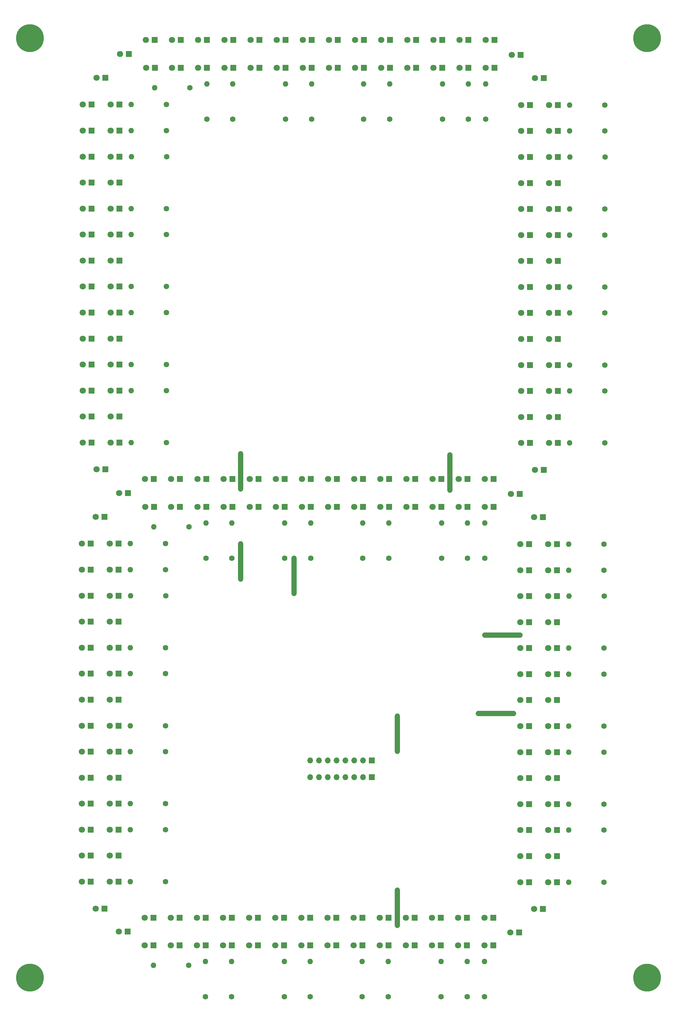
<source format=gtl>
%TF.GenerationSoftware,KiCad,Pcbnew,(6.0.6)*%
%TF.CreationDate,2022-10-07T01:41:05+08:00*%
%TF.ProjectId,7SegmentDisplay_DualLine_NoDriver_10Inches(2),37536567-6d65-46e7-9444-6973706c6179,rev?*%
%TF.SameCoordinates,Original*%
%TF.FileFunction,Copper,L1,Top*%
%TF.FilePolarity,Positive*%
%FSLAX46Y46*%
G04 Gerber Fmt 4.6, Leading zero omitted, Abs format (unit mm)*
G04 Created by KiCad (PCBNEW (6.0.6)) date 2022-10-07 01:41:05*
%MOMM*%
%LPD*%
G01*
G04 APERTURE LIST*
%TA.AperFunction,ComponentPad*%
%ADD10R,1.800000X1.800000*%
%TD*%
%TA.AperFunction,ComponentPad*%
%ADD11C,1.800000*%
%TD*%
%TA.AperFunction,ComponentPad*%
%ADD12C,1.600000*%
%TD*%
%TA.AperFunction,ComponentPad*%
%ADD13O,1.600000X1.600000*%
%TD*%
%TA.AperFunction,ComponentPad*%
%ADD14R,1.700000X1.700000*%
%TD*%
%TA.AperFunction,ComponentPad*%
%ADD15O,1.700000X1.700000*%
%TD*%
%TA.AperFunction,ComponentPad*%
%ADD16C,1.400000*%
%TD*%
%TA.AperFunction,ComponentPad*%
%ADD17O,1.400000X1.400000*%
%TD*%
%TA.AperFunction,ComponentPad*%
%ADD18C,0.900000*%
%TD*%
%TA.AperFunction,ComponentPad*%
%ADD19C,8.000000*%
%TD*%
%TA.AperFunction,Conductor*%
%ADD20C,1.524000*%
%TD*%
G04 APERTURE END LIST*
D10*
%TO.P,REF\u002A\u002A,1*%
%TO.N,N/C*%
X372025000Y-193942574D03*
D11*
%TO.P,REF\u002A\u002A,2*%
X369485000Y-193942574D03*
%TD*%
D10*
%TO.P,REF\u002A\u002A,1*%
%TO.N,N/C*%
X372160000Y-67420074D03*
D11*
%TO.P,REF\u002A\u002A,2*%
X369620000Y-67420074D03*
%TD*%
D10*
%TO.P,REF\u002A\u002A,1*%
%TO.N,N/C*%
X458524960Y40999932D03*
D11*
%TO.P,REF\u002A\u002A,2*%
X455984960Y40999932D03*
%TD*%
D10*
%TO.P,REF\u002A\u002A,1*%
%TO.N,N/C*%
X323775040Y-175545080D03*
D11*
%TO.P,REF\u002A\u002A,2*%
X321235040Y-175545080D03*
%TD*%
D10*
%TO.P,REF\u002A\u002A,1*%
%TO.N,N/C*%
X432345000Y-193942574D03*
D11*
%TO.P,REF\u002A\u002A,2*%
X429805000Y-193942574D03*
%TD*%
D10*
%TO.P,REF\u002A\u002A,1*%
%TO.N,N/C*%
X450524960Y-19000068D03*
D11*
%TO.P,REF\u002A\u002A,2*%
X447984960Y-19000068D03*
%TD*%
D10*
%TO.P,REF\u002A\u002A,1*%
%TO.N,N/C*%
X327775040Y-183295080D03*
D11*
%TO.P,REF\u002A\u002A,2*%
X325235040Y-183295080D03*
%TD*%
D10*
%TO.P,REF\u002A\u002A,1*%
%TO.N,N/C*%
X323775040Y-100545080D03*
D11*
%TO.P,REF\u002A\u002A,2*%
X321235040Y-100545080D03*
%TD*%
D12*
%TO.P,REF\u002A\u002A,1*%
%TO.N,N/C*%
X345580000Y-48875074D03*
D13*
%TO.P,REF\u002A\u002A,2*%
X335420000Y-48875074D03*
%TD*%
D10*
%TO.P,REF\u002A\u002A,1*%
%TO.N,N/C*%
X450275000Y-160670074D03*
D11*
%TO.P,REF\u002A\u002A,2*%
X447735000Y-160670074D03*
%TD*%
D12*
%TO.P,REF\u002A\u002A,1*%
%TO.N,N/C*%
X352025000Y-199692574D03*
D13*
%TO.P,REF\u002A\u002A,2*%
X341865000Y-199692574D03*
%TD*%
D10*
%TO.P,REF\u002A\u002A,1*%
%TO.N,N/C*%
X440269960Y59249932D03*
D11*
%TO.P,REF\u002A\u002A,2*%
X437729960Y59249932D03*
%TD*%
D10*
%TO.P,REF\u002A\u002A,1*%
%TO.N,N/C*%
X324025000Y-26375074D03*
D11*
%TO.P,REF\u002A\u002A,2*%
X321485000Y-26375074D03*
%TD*%
D12*
%TO.P,REF\u002A\u002A,1*%
%TO.N,N/C*%
X471830000Y-78170074D03*
D13*
%TO.P,REF\u002A\u002A,2*%
X461670000Y-78170074D03*
%TD*%
D10*
%TO.P,REF\u002A\u002A,1*%
%TO.N,N/C*%
X447540000Y-63670074D03*
D11*
%TO.P,REF\u002A\u002A,2*%
X445000000Y-63670074D03*
%TD*%
D10*
%TO.P,REF\u002A\u002A,1*%
%TO.N,N/C*%
X379949960Y67249932D03*
D11*
%TO.P,REF\u002A\u002A,2*%
X377409960Y67249932D03*
%TD*%
D10*
%TO.P,REF\u002A\u002A,1*%
%TO.N,N/C*%
X424805000Y-193942574D03*
D11*
%TO.P,REF\u002A\u002A,2*%
X422265000Y-193942574D03*
%TD*%
D10*
%TO.P,REF\u002A\u002A,1*%
%TO.N,N/C*%
X379700000Y-59420074D03*
D11*
%TO.P,REF\u002A\u002A,2*%
X377160000Y-59420074D03*
%TD*%
D10*
%TO.P,REF\u002A\u002A,1*%
%TO.N,N/C*%
X424805000Y-185942574D03*
D11*
%TO.P,REF\u002A\u002A,2*%
X422265000Y-185942574D03*
%TD*%
D10*
%TO.P,REF\u002A\u002A,1*%
%TO.N,N/C*%
X458524960Y33499932D03*
D11*
%TO.P,REF\u002A\u002A,2*%
X455984960Y33499932D03*
%TD*%
D10*
%TO.P,REF\u002A\u002A,1*%
%TO.N,N/C*%
X331775040Y-85545080D03*
D11*
%TO.P,REF\u002A\u002A,2*%
X329235040Y-85545080D03*
%TD*%
D10*
%TO.P,REF\u002A\u002A,1*%
%TO.N,N/C*%
X331775040Y-78045080D03*
D11*
%TO.P,REF\u002A\u002A,2*%
X329235040Y-78045080D03*
%TD*%
D10*
%TO.P,REF\u002A\u002A,1*%
%TO.N,N/C*%
X458275000Y-138170074D03*
D11*
%TO.P,REF\u002A\u002A,2*%
X455735000Y-138170074D03*
%TD*%
D10*
%TO.P,REF\u002A\u002A,1*%
%TO.N,N/C*%
X447789960Y62999932D03*
D11*
%TO.P,REF\u002A\u002A,2*%
X445249960Y62999932D03*
%TD*%
D10*
%TO.P,REF\u002A\u002A,1*%
%TO.N,N/C*%
X424940000Y-59420074D03*
D11*
%TO.P,REF\u002A\u002A,2*%
X422400000Y-59420074D03*
%TD*%
D10*
%TO.P,REF\u002A\u002A,1*%
%TO.N,N/C*%
X323775040Y-115545080D03*
D11*
%TO.P,REF\u002A\u002A,2*%
X321235040Y-115545080D03*
%TD*%
D10*
%TO.P,REF\u002A\u002A,1*%
%TO.N,N/C*%
X332025000Y-48875074D03*
D11*
%TO.P,REF\u002A\u002A,2*%
X329485000Y-48875074D03*
%TD*%
D10*
%TO.P,REF\u002A\u002A,1*%
%TO.N,N/C*%
X432345000Y-185942574D03*
D11*
%TO.P,REF\u002A\u002A,2*%
X429805000Y-185942574D03*
%TD*%
D10*
%TO.P,REF\u002A\u002A,1*%
%TO.N,N/C*%
X425189960Y59249932D03*
D11*
%TO.P,REF\u002A\u002A,2*%
X422649960Y59249932D03*
%TD*%
D10*
%TO.P,REF\u002A\u002A,1*%
%TO.N,N/C*%
X450524960Y-41500068D03*
D11*
%TO.P,REF\u002A\u002A,2*%
X447984960Y-41500068D03*
%TD*%
D10*
%TO.P,REF\u002A\u002A,1*%
%TO.N,N/C*%
X417649960Y59249932D03*
D11*
%TO.P,REF\u002A\u002A,2*%
X415109960Y59249932D03*
%TD*%
D14*
%TO.P,REF\u002A\u002A,1*%
%TO.N,N/C*%
X404840000Y-140600000D03*
D15*
%TO.P,REF\u002A\u002A,2*%
X402300000Y-140600000D03*
%TO.P,REF\u002A\u002A,3*%
X399760000Y-140600000D03*
%TO.P,REF\u002A\u002A,4*%
X397220000Y-140600000D03*
%TO.P,REF\u002A\u002A,5*%
X394680000Y-140600000D03*
%TO.P,REF\u002A\u002A,6*%
X392140000Y-140600000D03*
%TO.P,REF\u002A\u002A,7*%
X389600000Y-140600000D03*
%TO.P,REF\u002A\u002A,8*%
X387060000Y-140600000D03*
%TD*%
D10*
%TO.P,REF\u002A\u002A,1*%
%TO.N,N/C*%
X458524960Y-4000068D03*
D11*
%TO.P,REF\u002A\u002A,2*%
X455984960Y-4000068D03*
%TD*%
D10*
%TO.P,REF\u002A\u002A,1*%
%TO.N,N/C*%
X387240000Y-67420074D03*
D11*
%TO.P,REF\u002A\u002A,2*%
X384700000Y-67420074D03*
%TD*%
D10*
%TO.P,REF\u002A\u002A,1*%
%TO.N,N/C*%
X439885000Y-185942574D03*
D11*
%TO.P,REF\u002A\u002A,2*%
X437345000Y-185942574D03*
%TD*%
D12*
%TO.P,REF\u002A\u002A,1*%
%TO.N,N/C*%
X425000000Y-82250074D03*
D13*
%TO.P,REF\u002A\u002A,2*%
X425000000Y-72090074D03*
%TD*%
D12*
%TO.P,REF\u002A\u002A,1*%
%TO.N,N/C*%
X472079960Y-26500068D03*
D13*
%TO.P,REF\u002A\u002A,2*%
X461919960Y-26500068D03*
%TD*%
D10*
%TO.P,REF\u002A\u002A,1*%
%TO.N,N/C*%
X450524960Y-26500068D03*
D11*
%TO.P,REF\u002A\u002A,2*%
X447984960Y-26500068D03*
%TD*%
D10*
%TO.P,REF\u002A\u002A,1*%
%TO.N,N/C*%
X454524960Y56249932D03*
D11*
%TO.P,REF\u002A\u002A,2*%
X451984960Y56249932D03*
%TD*%
D10*
%TO.P,REF\u002A\u002A,1*%
%TO.N,N/C*%
X372409960Y67249932D03*
D11*
%TO.P,REF\u002A\u002A,2*%
X369869960Y67249932D03*
%TD*%
D10*
%TO.P,REF\u002A\u002A,1*%
%TO.N,N/C*%
X331775040Y-145545080D03*
D11*
%TO.P,REF\u002A\u002A,2*%
X329235040Y-145545080D03*
%TD*%
D16*
%TO.P,REF\u002A\u002A,1*%
%TO.N,N/C*%
X367000000Y-62230000D03*
D17*
%TO.P,REF\u002A\u002A,2*%
X367000000Y-52070000D03*
%TD*%
D10*
%TO.P,REF\u002A\u002A,1*%
%TO.N,N/C*%
X323775040Y-160545080D03*
D11*
%TO.P,REF\u002A\u002A,2*%
X321235040Y-160545080D03*
%TD*%
D10*
%TO.P,REF\u002A\u002A,1*%
%TO.N,N/C*%
X450524960Y48499932D03*
D11*
%TO.P,REF\u002A\u002A,2*%
X447984960Y48499932D03*
%TD*%
D12*
%TO.P,REF\u002A\u002A,1*%
%TO.N,N/C*%
X345330040Y-78045080D03*
D13*
%TO.P,REF\u002A\u002A,2*%
X335170040Y-78045080D03*
%TD*%
D12*
%TO.P,REF\u002A\u002A,1*%
%TO.N,N/C*%
X387115000Y-208772574D03*
D13*
%TO.P,REF\u002A\u002A,2*%
X387115000Y-198612574D03*
%TD*%
D10*
%TO.P,REF\u002A\u002A,1*%
%TO.N,N/C*%
X331775040Y-123045080D03*
D11*
%TO.P,REF\u002A\u002A,2*%
X329235040Y-123045080D03*
%TD*%
D10*
%TO.P,REF\u002A\u002A,1*%
%TO.N,N/C*%
X364869960Y67249932D03*
D11*
%TO.P,REF\u002A\u002A,2*%
X362329960Y67249932D03*
%TD*%
D10*
%TO.P,REF\u002A\u002A,1*%
%TO.N,N/C*%
X394645000Y-193942574D03*
D11*
%TO.P,REF\u002A\u002A,2*%
X392105000Y-193942574D03*
%TD*%
D10*
%TO.P,REF\u002A\u002A,1*%
%TO.N,N/C*%
X450524960Y-11500068D03*
D11*
%TO.P,REF\u002A\u002A,2*%
X447984960Y-11500068D03*
%TD*%
D10*
%TO.P,REF\u002A\u002A,1*%
%TO.N,N/C*%
X332025000Y3624926D03*
D11*
%TO.P,REF\u002A\u002A,2*%
X329485000Y3624926D03*
%TD*%
D12*
%TO.P,REF\u002A\u002A,1*%
%TO.N,N/C*%
X387499960Y44419932D03*
D13*
%TO.P,REF\u002A\u002A,2*%
X387499960Y54579932D03*
%TD*%
D12*
%TO.P,REF\u002A\u002A,1*%
%TO.N,N/C*%
X345580000Y41124926D03*
D13*
%TO.P,REF\u002A\u002A,2*%
X335420000Y41124926D03*
%TD*%
D12*
%TO.P,REF\u002A\u002A,1*%
%TO.N,N/C*%
X437365000Y-208772574D03*
D13*
%TO.P,REF\u002A\u002A,2*%
X437365000Y-198612574D03*
%TD*%
D10*
%TO.P,REF\u002A\u002A,1*%
%TO.N,N/C*%
X458524960Y25999932D03*
D11*
%TO.P,REF\u002A\u002A,2*%
X455984960Y25999932D03*
%TD*%
D16*
%TO.P,REF\u002A\u002A,1*%
%TO.N,N/C*%
X445800000Y-127000000D03*
D17*
%TO.P,REF\u002A\u002A,2*%
X435640000Y-127000000D03*
%TD*%
D10*
%TO.P,REF\u002A\u002A,1*%
%TO.N,N/C*%
X432480000Y-59420074D03*
D11*
%TO.P,REF\u002A\u002A,2*%
X429940000Y-59420074D03*
%TD*%
D10*
%TO.P,REF\u002A\u002A,1*%
%TO.N,N/C*%
X395029960Y67249932D03*
D11*
%TO.P,REF\u002A\u002A,2*%
X392489960Y67249932D03*
%TD*%
D10*
%TO.P,REF\u002A\u002A,1*%
%TO.N,N/C*%
X417265000Y-193942574D03*
D11*
%TO.P,REF\u002A\u002A,2*%
X414725000Y-193942574D03*
%TD*%
D12*
%TO.P,REF\u002A\u002A,1*%
%TO.N,N/C*%
X472079960Y48499932D03*
D13*
%TO.P,REF\u002A\u002A,2*%
X461919960Y48499932D03*
%TD*%
D12*
%TO.P,REF\u002A\u002A,1*%
%TO.N,N/C*%
X345330040Y-108045080D03*
D13*
%TO.P,REF\u002A\u002A,2*%
X335170040Y-108045080D03*
%TD*%
D10*
%TO.P,REF\u002A\u002A,1*%
%TO.N,N/C*%
X450524960Y3499932D03*
D11*
%TO.P,REF\u002A\u002A,2*%
X447984960Y3499932D03*
%TD*%
D16*
%TO.P,REF\u002A\u002A,1*%
%TO.N,N/C*%
X412200000Y-127770000D03*
D17*
%TO.P,REF\u002A\u002A,2*%
X412200000Y-137930000D03*
%TD*%
D16*
%TO.P,REF\u002A\u002A,1*%
%TO.N,N/C*%
X382400000Y-92430000D03*
D17*
%TO.P,REF\u002A\u002A,2*%
X382400000Y-82270000D03*
%TD*%
D10*
%TO.P,REF\u002A\u002A,1*%
%TO.N,N/C*%
X450524960Y-34000068D03*
D11*
%TO.P,REF\u002A\u002A,2*%
X447984960Y-34000068D03*
%TD*%
D10*
%TO.P,REF\u002A\u002A,1*%
%TO.N,N/C*%
X450275000Y-93170074D03*
D11*
%TO.P,REF\u002A\u002A,2*%
X447735000Y-93170074D03*
%TD*%
D10*
%TO.P,REF\u002A\u002A,1*%
%TO.N,N/C*%
X394780000Y-67420074D03*
D11*
%TO.P,REF\u002A\u002A,2*%
X392240000Y-67420074D03*
%TD*%
D10*
%TO.P,REF\u002A\u002A,1*%
%TO.N,N/C*%
X331775040Y-115545080D03*
D11*
%TO.P,REF\u002A\u002A,2*%
X329235040Y-115545080D03*
%TD*%
D10*
%TO.P,REF\u002A\u002A,1*%
%TO.N,N/C*%
X324025000Y-3875074D03*
D11*
%TO.P,REF\u002A\u002A,2*%
X321485000Y-3875074D03*
%TD*%
D10*
%TO.P,REF\u002A\u002A,1*%
%TO.N,N/C*%
X332025000Y-18875074D03*
D11*
%TO.P,REF\u002A\u002A,2*%
X329485000Y-18875074D03*
%TD*%
D10*
%TO.P,REF\u002A\u002A,1*%
%TO.N,N/C*%
X332025000Y-41375074D03*
D11*
%TO.P,REF\u002A\u002A,2*%
X329485000Y-41375074D03*
%TD*%
D10*
%TO.P,REF\u002A\u002A,1*%
%TO.N,N/C*%
X450275000Y-108170074D03*
D11*
%TO.P,REF\u002A\u002A,2*%
X447735000Y-108170074D03*
%TD*%
D10*
%TO.P,REF\u002A\u002A,1*%
%TO.N,N/C*%
X458275000Y-175670074D03*
D11*
%TO.P,REF\u002A\u002A,2*%
X455735000Y-175670074D03*
%TD*%
D10*
%TO.P,REF\u002A\u002A,1*%
%TO.N,N/C*%
X387105000Y-193942574D03*
D11*
%TO.P,REF\u002A\u002A,2*%
X384565000Y-193942574D03*
%TD*%
D10*
%TO.P,REF\u002A\u002A,1*%
%TO.N,N/C*%
X387240000Y-59420074D03*
D11*
%TO.P,REF\u002A\u002A,2*%
X384700000Y-59420074D03*
%TD*%
D10*
%TO.P,REF\u002A\u002A,1*%
%TO.N,N/C*%
X439885000Y-193942574D03*
D11*
%TO.P,REF\u002A\u002A,2*%
X437345000Y-193942574D03*
%TD*%
D10*
%TO.P,REF\u002A\u002A,1*%
%TO.N,N/C*%
X458275000Y-93170074D03*
D11*
%TO.P,REF\u002A\u002A,2*%
X455735000Y-93170074D03*
%TD*%
D10*
%TO.P,REF\u002A\u002A,1*%
%TO.N,N/C*%
X450524960Y25999932D03*
D11*
%TO.P,REF\u002A\u002A,2*%
X447984960Y25999932D03*
%TD*%
D18*
%TO.P,REF\u002A\u002A,1*%
%TO.N,N/C*%
X484250000Y-206250074D03*
X487250000Y-203250074D03*
X482128680Y-205371394D03*
X481250000Y-203250074D03*
X482128680Y-201128754D03*
X484250000Y-200250074D03*
X486371320Y-201128754D03*
X486371320Y-205371394D03*
D19*
X484250000Y-203250074D03*
%TD*%
D18*
%TO.P,REF\u002A\u002A,1*%
%TO.N,N/C*%
X304128680Y69871246D03*
X304128680Y65628606D03*
D19*
X306250000Y67749926D03*
D18*
X306250000Y64749926D03*
X308371320Y65628606D03*
X309250000Y67749926D03*
X306250000Y70749926D03*
X303250000Y67749926D03*
X308371320Y69871246D03*
%TD*%
D10*
%TO.P,REF\u002A\u002A,1*%
%TO.N,N/C*%
X409725000Y-185942574D03*
D11*
%TO.P,REF\u002A\u002A,2*%
X407185000Y-185942574D03*
%TD*%
D10*
%TO.P,REF\u002A\u002A,1*%
%TO.N,N/C*%
X410109960Y67249932D03*
D11*
%TO.P,REF\u002A\u002A,2*%
X407569960Y67249932D03*
%TD*%
D10*
%TO.P,REF\u002A\u002A,1*%
%TO.N,N/C*%
X324025000Y41124926D03*
D11*
%TO.P,REF\u002A\u002A,2*%
X321485000Y41124926D03*
%TD*%
D12*
%TO.P,REF\u002A\u002A,1*%
%TO.N,N/C*%
X472079960Y-34000068D03*
D13*
%TO.P,REF\u002A\u002A,2*%
X461919960Y-34000068D03*
%TD*%
D10*
%TO.P,REF\u002A\u002A,1*%
%TO.N,N/C*%
X432480000Y-67420074D03*
D11*
%TO.P,REF\u002A\u002A,2*%
X429940000Y-67420074D03*
%TD*%
D12*
%TO.P,REF\u002A\u002A,1*%
%TO.N,N/C*%
X472079960Y40999932D03*
D13*
%TO.P,REF\u002A\u002A,2*%
X461919960Y40999932D03*
%TD*%
D10*
%TO.P,REF\u002A\u002A,1*%
%TO.N,N/C*%
X425189960Y67249932D03*
D11*
%TO.P,REF\u002A\u002A,2*%
X422649960Y67249932D03*
%TD*%
D12*
%TO.P,REF\u002A\u002A,1*%
%TO.N,N/C*%
X472079960Y-4000068D03*
D13*
%TO.P,REF\u002A\u002A,2*%
X461919960Y-4000068D03*
%TD*%
D10*
%TO.P,REF\u002A\u002A,1*%
%TO.N,N/C*%
X324025000Y3624926D03*
D11*
%TO.P,REF\u002A\u002A,2*%
X321485000Y3624926D03*
%TD*%
D10*
%TO.P,REF\u002A\u002A,1*%
%TO.N,N/C*%
X324025000Y18624926D03*
D11*
%TO.P,REF\u002A\u002A,2*%
X321485000Y18624926D03*
%TD*%
D10*
%TO.P,REF\u002A\u002A,1*%
%TO.N,N/C*%
X450275000Y-100670074D03*
D11*
%TO.P,REF\u002A\u002A,2*%
X447735000Y-100670074D03*
%TD*%
D12*
%TO.P,REF\u002A\u002A,1*%
%TO.N,N/C*%
X364365000Y-208772574D03*
D13*
%TO.P,REF\u002A\u002A,2*%
X364365000Y-198612574D03*
%TD*%
D12*
%TO.P,REF\u002A\u002A,1*%
%TO.N,N/C*%
X471830000Y-115670074D03*
D13*
%TO.P,REF\u002A\u002A,2*%
X461670000Y-115670074D03*
%TD*%
D10*
%TO.P,REF\u002A\u002A,1*%
%TO.N,N/C*%
X341865000Y-185942574D03*
D11*
%TO.P,REF\u002A\u002A,2*%
X339325000Y-185942574D03*
%TD*%
D10*
%TO.P,REF\u002A\u002A,1*%
%TO.N,N/C*%
X356945000Y-193942574D03*
D11*
%TO.P,REF\u002A\u002A,2*%
X354405000Y-193942574D03*
%TD*%
D10*
%TO.P,REF\u002A\u002A,1*%
%TO.N,N/C*%
X379949960Y59249932D03*
D11*
%TO.P,REF\u002A\u002A,2*%
X377409960Y59249932D03*
%TD*%
D10*
%TO.P,REF\u002A\u002A,1*%
%TO.N,N/C*%
X440020000Y-67420074D03*
D11*
%TO.P,REF\u002A\u002A,2*%
X437480000Y-67420074D03*
%TD*%
D10*
%TO.P,REF\u002A\u002A,1*%
%TO.N,N/C*%
X458524960Y-34000068D03*
D11*
%TO.P,REF\u002A\u002A,2*%
X455984960Y-34000068D03*
%TD*%
D10*
%TO.P,REF\u002A\u002A,1*%
%TO.N,N/C*%
X328025000Y56374926D03*
D11*
%TO.P,REF\u002A\u002A,2*%
X325485000Y56374926D03*
%TD*%
D12*
%TO.P,REF\u002A\u002A,1*%
%TO.N,N/C*%
X471910000Y-93170074D03*
D13*
%TO.P,REF\u002A\u002A,2*%
X461750000Y-93170074D03*
%TD*%
D10*
%TO.P,REF\u002A\u002A,1*%
%TO.N,N/C*%
X409860000Y-59420074D03*
D11*
%TO.P,REF\u002A\u002A,2*%
X407320000Y-59420074D03*
%TD*%
D12*
%TO.P,REF\u002A\u002A,1*%
%TO.N,N/C*%
X472079960Y-11500068D03*
D13*
%TO.P,REF\u002A\u002A,2*%
X461919960Y-11500068D03*
%TD*%
D10*
%TO.P,REF\u002A\u002A,1*%
%TO.N,N/C*%
X450275000Y-145670074D03*
D11*
%TO.P,REF\u002A\u002A,2*%
X447735000Y-145670074D03*
%TD*%
D10*
%TO.P,REF\u002A\u002A,1*%
%TO.N,N/C*%
X440020000Y-59420074D03*
D11*
%TO.P,REF\u002A\u002A,2*%
X437480000Y-59420074D03*
%TD*%
D10*
%TO.P,REF\u002A\u002A,1*%
%TO.N,N/C*%
X331775040Y-175545080D03*
D11*
%TO.P,REF\u002A\u002A,2*%
X329235040Y-175545080D03*
%TD*%
D12*
%TO.P,REF\u002A\u002A,1*%
%TO.N,N/C*%
X471830000Y-108170074D03*
D13*
%TO.P,REF\u002A\u002A,2*%
X461670000Y-108170074D03*
%TD*%
D12*
%TO.P,REF\u002A\u002A,1*%
%TO.N,N/C*%
X472079960Y18499932D03*
D13*
%TO.P,REF\u002A\u002A,2*%
X461919960Y18499932D03*
%TD*%
D10*
%TO.P,REF\u002A\u002A,1*%
%TO.N,N/C*%
X450275000Y-123170074D03*
D11*
%TO.P,REF\u002A\u002A,2*%
X447735000Y-123170074D03*
%TD*%
D10*
%TO.P,REF\u002A\u002A,1*%
%TO.N,N/C*%
X394645000Y-185942574D03*
D11*
%TO.P,REF\u002A\u002A,2*%
X392105000Y-185942574D03*
%TD*%
D10*
%TO.P,REF\u002A\u002A,1*%
%TO.N,N/C*%
X332025000Y41124926D03*
D11*
%TO.P,REF\u002A\u002A,2*%
X329485000Y41124926D03*
%TD*%
D12*
%TO.P,REF\u002A\u002A,1*%
%TO.N,N/C*%
X471830000Y-130670074D03*
D13*
%TO.P,REF\u002A\u002A,2*%
X461670000Y-130670074D03*
%TD*%
D10*
%TO.P,REF\u002A\u002A,1*%
%TO.N,N/C*%
X458524960Y3499932D03*
D11*
%TO.P,REF\u002A\u002A,2*%
X455984960Y3499932D03*
%TD*%
D10*
%TO.P,REF\u002A\u002A,1*%
%TO.N,N/C*%
X450275000Y-138170074D03*
D11*
%TO.P,REF\u002A\u002A,2*%
X447735000Y-138170074D03*
%TD*%
D12*
%TO.P,REF\u002A\u002A,1*%
%TO.N,N/C*%
X409615000Y-208772574D03*
D13*
%TO.P,REF\u002A\u002A,2*%
X409615000Y-198612574D03*
%TD*%
D10*
%TO.P,REF\u002A\u002A,1*%
%TO.N,N/C*%
X402569960Y67249932D03*
D11*
%TO.P,REF\u002A\u002A,2*%
X400029960Y67249932D03*
%TD*%
D10*
%TO.P,REF\u002A\u002A,1*%
%TO.N,N/C*%
X458524960Y18499932D03*
D11*
%TO.P,REF\u002A\u002A,2*%
X455984960Y18499932D03*
%TD*%
D10*
%TO.P,REF\u002A\u002A,1*%
%TO.N,N/C*%
X332025000Y26124926D03*
D11*
%TO.P,REF\u002A\u002A,2*%
X329485000Y26124926D03*
%TD*%
D12*
%TO.P,REF\u002A\u002A,1*%
%TO.N,N/C*%
X379615000Y-208772574D03*
D13*
%TO.P,REF\u002A\u002A,2*%
X379615000Y-198612574D03*
%TD*%
D10*
%TO.P,REF\u002A\u002A,1*%
%TO.N,N/C*%
X332025000Y11124926D03*
D11*
%TO.P,REF\u002A\u002A,2*%
X329485000Y11124926D03*
%TD*%
D10*
%TO.P,REF\u002A\u002A,1*%
%TO.N,N/C*%
X332025000Y33624926D03*
D11*
%TO.P,REF\u002A\u002A,2*%
X329485000Y33624926D03*
%TD*%
D10*
%TO.P,REF\u002A\u002A,1*%
%TO.N,N/C*%
X372409960Y59249932D03*
D11*
%TO.P,REF\u002A\u002A,2*%
X369869960Y59249932D03*
%TD*%
D10*
%TO.P,REF\u002A\u002A,1*%
%TO.N,N/C*%
X458524960Y-26500068D03*
D11*
%TO.P,REF\u002A\u002A,2*%
X455984960Y-26500068D03*
%TD*%
D10*
%TO.P,REF\u002A\u002A,1*%
%TO.N,N/C*%
X332025000Y-26375074D03*
D11*
%TO.P,REF\u002A\u002A,2*%
X329485000Y-26375074D03*
%TD*%
D10*
%TO.P,REF\u002A\u002A,1*%
%TO.N,N/C*%
X379565000Y-185942574D03*
D11*
%TO.P,REF\u002A\u002A,2*%
X377025000Y-185942574D03*
%TD*%
D14*
%TO.P,REF\u002A\u002A,1*%
%TO.N,N/C*%
X404875000Y-145400000D03*
D15*
%TO.P,REF\u002A\u002A,2*%
X402335000Y-145400000D03*
%TO.P,REF\u002A\u002A,3*%
X399795000Y-145400000D03*
%TO.P,REF\u002A\u002A,4*%
X397255000Y-145400000D03*
%TO.P,REF\u002A\u002A,5*%
X394715000Y-145400000D03*
%TO.P,REF\u002A\u002A,6*%
X392175000Y-145400000D03*
%TO.P,REF\u002A\u002A,7*%
X389635000Y-145400000D03*
%TO.P,REF\u002A\u002A,8*%
X387095000Y-145400000D03*
%TD*%
D10*
%TO.P,REF\u002A\u002A,1*%
%TO.N,N/C*%
X323775040Y-123045080D03*
D11*
%TO.P,REF\u002A\u002A,2*%
X321235040Y-123045080D03*
%TD*%
D12*
%TO.P,REF\u002A\u002A,1*%
%TO.N,N/C*%
X379750000Y-82250074D03*
D13*
%TO.P,REF\u002A\u002A,2*%
X379750000Y-72090074D03*
%TD*%
D10*
%TO.P,REF\u002A\u002A,1*%
%TO.N,N/C*%
X372160000Y-59420074D03*
D11*
%TO.P,REF\u002A\u002A,2*%
X369620000Y-59420074D03*
%TD*%
D12*
%TO.P,REF\u002A\u002A,1*%
%TO.N,N/C*%
X402250000Y-82250074D03*
D13*
%TO.P,REF\u002A\u002A,2*%
X402250000Y-72090074D03*
%TD*%
D10*
%TO.P,REF\u002A\u002A,1*%
%TO.N,N/C*%
X424940000Y-67420074D03*
D11*
%TO.P,REF\u002A\u002A,2*%
X422400000Y-67420074D03*
%TD*%
D10*
%TO.P,REF\u002A\u002A,1*%
%TO.N,N/C*%
X323775040Y-108045080D03*
D11*
%TO.P,REF\u002A\u002A,2*%
X321235040Y-108045080D03*
%TD*%
D10*
%TO.P,REF\u002A\u002A,1*%
%TO.N,N/C*%
X454275000Y-70420074D03*
D11*
%TO.P,REF\u002A\u002A,2*%
X451735000Y-70420074D03*
%TD*%
D10*
%TO.P,REF\u002A\u002A,1*%
%TO.N,N/C*%
X458524960Y-19000068D03*
D11*
%TO.P,REF\u002A\u002A,2*%
X455984960Y-19000068D03*
%TD*%
D10*
%TO.P,REF\u002A\u002A,1*%
%TO.N,N/C*%
X402185000Y-185942574D03*
D11*
%TO.P,REF\u002A\u002A,2*%
X399645000Y-185942574D03*
%TD*%
D10*
%TO.P,REF\u002A\u002A,1*%
%TO.N,N/C*%
X395029960Y59249932D03*
D11*
%TO.P,REF\u002A\u002A,2*%
X392489960Y59249932D03*
%TD*%
D10*
%TO.P,REF\u002A\u002A,1*%
%TO.N,N/C*%
X332025000Y48624926D03*
D11*
%TO.P,REF\u002A\u002A,2*%
X329485000Y48624926D03*
%TD*%
D10*
%TO.P,REF\u002A\u002A,1*%
%TO.N,N/C*%
X402185000Y-193942574D03*
D11*
%TO.P,REF\u002A\u002A,2*%
X399645000Y-193942574D03*
%TD*%
D12*
%TO.P,REF\u002A\u002A,1*%
%TO.N,N/C*%
X437500000Y-82250074D03*
D13*
%TO.P,REF\u002A\u002A,2*%
X437500000Y-72090074D03*
%TD*%
D10*
%TO.P,REF\u002A\u002A,1*%
%TO.N,N/C*%
X458524960Y48499932D03*
D11*
%TO.P,REF\u002A\u002A,2*%
X455984960Y48499932D03*
%TD*%
D10*
%TO.P,REF\u002A\u002A,1*%
%TO.N,N/C*%
X324025000Y26124926D03*
D11*
%TO.P,REF\u002A\u002A,2*%
X321485000Y26124926D03*
%TD*%
D10*
%TO.P,REF\u002A\u002A,1*%
%TO.N,N/C*%
X356945000Y-185942574D03*
D11*
%TO.P,REF\u002A\u002A,2*%
X354405000Y-185942574D03*
%TD*%
D12*
%TO.P,REF\u002A\u002A,1*%
%TO.N,N/C*%
X345580000Y-11375074D03*
D13*
%TO.P,REF\u002A\u002A,2*%
X335420000Y-11375074D03*
%TD*%
D10*
%TO.P,REF\u002A\u002A,1*%
%TO.N,N/C*%
X458275000Y-108170074D03*
D11*
%TO.P,REF\u002A\u002A,2*%
X455735000Y-108170074D03*
%TD*%
D12*
%TO.P,REF\u002A\u002A,1*%
%TO.N,N/C*%
X345580000Y18624926D03*
D13*
%TO.P,REF\u002A\u002A,2*%
X335420000Y18624926D03*
%TD*%
D10*
%TO.P,REF\u002A\u002A,1*%
%TO.N,N/C*%
X334525000Y-63420074D03*
D11*
%TO.P,REF\u002A\u002A,2*%
X331985000Y-63420074D03*
%TD*%
D10*
%TO.P,REF\u002A\u002A,1*%
%TO.N,N/C*%
X409860000Y-67420074D03*
D11*
%TO.P,REF\u002A\u002A,2*%
X407320000Y-67420074D03*
%TD*%
D10*
%TO.P,REF\u002A\u002A,1*%
%TO.N,N/C*%
X458275000Y-160670074D03*
D11*
%TO.P,REF\u002A\u002A,2*%
X455735000Y-160670074D03*
%TD*%
D12*
%TO.P,REF\u002A\u002A,1*%
%TO.N,N/C*%
X471830000Y-153170074D03*
D13*
%TO.P,REF\u002A\u002A,2*%
X461670000Y-153170074D03*
%TD*%
D18*
%TO.P,REF\u002A\u002A,1*%
%TO.N,N/C*%
X304128680Y-201128754D03*
D19*
X306250000Y-203250074D03*
D18*
X308371320Y-205371394D03*
X309250000Y-203250074D03*
X304128680Y-205371394D03*
X306250000Y-200250074D03*
X306250000Y-206250074D03*
X308371320Y-201128754D03*
X303250000Y-203250074D03*
%TD*%
D10*
%TO.P,REF\u002A\u002A,1*%
%TO.N,N/C*%
X432729960Y59249932D03*
D11*
%TO.P,REF\u002A\u002A,2*%
X430189960Y59249932D03*
%TD*%
D12*
%TO.P,REF\u002A\u002A,1*%
%TO.N,N/C*%
X345410040Y-93045080D03*
D13*
%TO.P,REF\u002A\u002A,2*%
X335250040Y-93045080D03*
%TD*%
D10*
%TO.P,REF\u002A\u002A,1*%
%TO.N,N/C*%
X402320000Y-67420074D03*
D11*
%TO.P,REF\u002A\u002A,2*%
X399780000Y-67420074D03*
%TD*%
D10*
%TO.P,REF\u002A\u002A,1*%
%TO.N,N/C*%
X458275000Y-78170074D03*
D11*
%TO.P,REF\u002A\u002A,2*%
X455735000Y-78170074D03*
%TD*%
D10*
%TO.P,REF\u002A\u002A,1*%
%TO.N,N/C*%
X357329960Y59249932D03*
D11*
%TO.P,REF\u002A\u002A,2*%
X354789960Y59249932D03*
%TD*%
D10*
%TO.P,REF\u002A\u002A,1*%
%TO.N,N/C*%
X342249960Y67249932D03*
D11*
%TO.P,REF\u002A\u002A,2*%
X339709960Y67249932D03*
%TD*%
D16*
%TO.P,REF\u002A\u002A,1*%
%TO.N,N/C*%
X447600000Y-104400000D03*
D17*
%TO.P,REF\u002A\u002A,2*%
X437440000Y-104400000D03*
%TD*%
D10*
%TO.P,REF\u002A\u002A,1*%
%TO.N,N/C*%
X458275000Y-168170074D03*
D11*
%TO.P,REF\u002A\u002A,2*%
X455735000Y-168170074D03*
%TD*%
D10*
%TO.P,REF\u002A\u002A,1*%
%TO.N,N/C*%
X458275000Y-130670074D03*
D11*
%TO.P,REF\u002A\u002A,2*%
X455735000Y-130670074D03*
%TD*%
D10*
%TO.P,REF\u002A\u002A,1*%
%TO.N,N/C*%
X349405000Y-185942574D03*
D11*
%TO.P,REF\u002A\u002A,2*%
X346865000Y-185942574D03*
%TD*%
D12*
%TO.P,REF\u002A\u002A,1*%
%TO.N,N/C*%
X402115000Y-208772574D03*
D13*
%TO.P,REF\u002A\u002A,2*%
X402115000Y-198612574D03*
%TD*%
D12*
%TO.P,REF\u002A\u002A,1*%
%TO.N,N/C*%
X345330040Y-115545080D03*
D13*
%TO.P,REF\u002A\u002A,2*%
X335170040Y-115545080D03*
%TD*%
D10*
%TO.P,REF\u002A\u002A,1*%
%TO.N,N/C*%
X417649960Y67249932D03*
D11*
%TO.P,REF\u002A\u002A,2*%
X415109960Y67249932D03*
%TD*%
D10*
%TO.P,REF\u002A\u002A,1*%
%TO.N,N/C*%
X387105000Y-185942574D03*
D11*
%TO.P,REF\u002A\u002A,2*%
X384565000Y-185942574D03*
%TD*%
D10*
%TO.P,REF\u002A\u002A,1*%
%TO.N,N/C*%
X331775040Y-160545080D03*
D11*
%TO.P,REF\u002A\u002A,2*%
X329235040Y-160545080D03*
%TD*%
D10*
%TO.P,REF\u002A\u002A,1*%
%TO.N,N/C*%
X458524960Y-49000068D03*
D11*
%TO.P,REF\u002A\u002A,2*%
X455984960Y-49000068D03*
%TD*%
D16*
%TO.P,REF\u002A\u002A,1*%
%TO.N,N/C*%
X427400000Y-62600000D03*
D17*
%TO.P,REF\u002A\u002A,2*%
X427400000Y-52440000D03*
%TD*%
D12*
%TO.P,REF\u002A\u002A,1*%
%TO.N,N/C*%
X345330040Y-175545080D03*
D13*
%TO.P,REF\u002A\u002A,2*%
X335170040Y-175545080D03*
%TD*%
D10*
%TO.P,REF\u002A\u002A,1*%
%TO.N,N/C*%
X332025000Y-3875074D03*
D11*
%TO.P,REF\u002A\u002A,2*%
X329485000Y-3875074D03*
%TD*%
D10*
%TO.P,REF\u002A\u002A,1*%
%TO.N,N/C*%
X323775040Y-153045080D03*
D11*
%TO.P,REF\u002A\u002A,2*%
X321235040Y-153045080D03*
%TD*%
D10*
%TO.P,REF\u002A\u002A,1*%
%TO.N,N/C*%
X387489960Y67249932D03*
D11*
%TO.P,REF\u002A\u002A,2*%
X384949960Y67249932D03*
%TD*%
D10*
%TO.P,REF\u002A\u002A,1*%
%TO.N,N/C*%
X323775040Y-168045080D03*
D11*
%TO.P,REF\u002A\u002A,2*%
X321235040Y-168045080D03*
%TD*%
D10*
%TO.P,REF\u002A\u002A,1*%
%TO.N,N/C*%
X364620000Y-59420074D03*
D11*
%TO.P,REF\u002A\u002A,2*%
X362080000Y-59420074D03*
%TD*%
D12*
%TO.P,REF\u002A\u002A,1*%
%TO.N,N/C*%
X345580000Y-3875074D03*
D13*
%TO.P,REF\u002A\u002A,2*%
X335420000Y-3875074D03*
%TD*%
D16*
%TO.P,REF\u002A\u002A,1*%
%TO.N,N/C*%
X367000000Y-88230000D03*
D17*
%TO.P,REF\u002A\u002A,2*%
X367000000Y-78070000D03*
%TD*%
D10*
%TO.P,REF\u002A\u002A,1*%
%TO.N,N/C*%
X331775040Y-168045080D03*
D11*
%TO.P,REF\u002A\u002A,2*%
X329235040Y-168045080D03*
%TD*%
D10*
%TO.P,REF\u002A\u002A,1*%
%TO.N,N/C*%
X450524960Y-4000068D03*
D11*
%TO.P,REF\u002A\u002A,2*%
X447984960Y-4000068D03*
%TD*%
D10*
%TO.P,REF\u002A\u002A,1*%
%TO.N,N/C*%
X432729960Y67249932D03*
D11*
%TO.P,REF\u002A\u002A,2*%
X430189960Y67249932D03*
%TD*%
D10*
%TO.P,REF\u002A\u002A,1*%
%TO.N,N/C*%
X324025000Y33624926D03*
D11*
%TO.P,REF\u002A\u002A,2*%
X321485000Y33624926D03*
%TD*%
D12*
%TO.P,REF\u002A\u002A,1*%
%TO.N,N/C*%
X345580000Y-33875074D03*
D13*
%TO.P,REF\u002A\u002A,2*%
X335420000Y-33875074D03*
%TD*%
D12*
%TO.P,REF\u002A\u002A,1*%
%TO.N,N/C*%
X432365000Y-208772574D03*
D13*
%TO.P,REF\u002A\u002A,2*%
X432365000Y-198612574D03*
%TD*%
D10*
%TO.P,REF\u002A\u002A,1*%
%TO.N,N/C*%
X323775040Y-85545080D03*
D11*
%TO.P,REF\u002A\u002A,2*%
X321235040Y-85545080D03*
%TD*%
D10*
%TO.P,REF\u002A\u002A,1*%
%TO.N,N/C*%
X450275000Y-168170074D03*
D11*
%TO.P,REF\u002A\u002A,2*%
X447735000Y-168170074D03*
%TD*%
D12*
%TO.P,REF\u002A\u002A,1*%
%TO.N,N/C*%
X352409960Y53499932D03*
D13*
%TO.P,REF\u002A\u002A,2*%
X342249960Y53499932D03*
%TD*%
D12*
%TO.P,REF\u002A\u002A,1*%
%TO.N,N/C*%
X345330040Y-160545080D03*
D13*
%TO.P,REF\u002A\u002A,2*%
X335170040Y-160545080D03*
%TD*%
D12*
%TO.P,REF\u002A\u002A,1*%
%TO.N,N/C*%
X345580000Y11124926D03*
D13*
%TO.P,REF\u002A\u002A,2*%
X335420000Y11124926D03*
%TD*%
D10*
%TO.P,REF\u002A\u002A,1*%
%TO.N,N/C*%
X331775040Y-153045080D03*
D11*
%TO.P,REF\u002A\u002A,2*%
X329235040Y-153045080D03*
%TD*%
D10*
%TO.P,REF\u002A\u002A,1*%
%TO.N,N/C*%
X447405000Y-190192574D03*
D11*
%TO.P,REF\u002A\u002A,2*%
X444865000Y-190192574D03*
%TD*%
D10*
%TO.P,REF\u002A\u002A,1*%
%TO.N,N/C*%
X323775040Y-93045080D03*
D11*
%TO.P,REF\u002A\u002A,2*%
X321235040Y-93045080D03*
%TD*%
D10*
%TO.P,REF\u002A\u002A,1*%
%TO.N,N/C*%
X349789960Y67249932D03*
D11*
%TO.P,REF\u002A\u002A,2*%
X347249960Y67249932D03*
%TD*%
D10*
%TO.P,REF\u002A\u002A,1*%
%TO.N,N/C*%
X417400000Y-59420074D03*
D11*
%TO.P,REF\u002A\u002A,2*%
X414860000Y-59420074D03*
%TD*%
D10*
%TO.P,REF\u002A\u002A,1*%
%TO.N,N/C*%
X450524960Y33499932D03*
D11*
%TO.P,REF\u002A\u002A,2*%
X447984960Y33499932D03*
%TD*%
D12*
%TO.P,REF\u002A\u002A,1*%
%TO.N,N/C*%
X437749960Y44419932D03*
D13*
%TO.P,REF\u002A\u002A,2*%
X437749960Y54579932D03*
%TD*%
D10*
%TO.P,REF\u002A\u002A,1*%
%TO.N,N/C*%
X324025000Y48624926D03*
D11*
%TO.P,REF\u002A\u002A,2*%
X321485000Y48624926D03*
%TD*%
D10*
%TO.P,REF\u002A\u002A,1*%
%TO.N,N/C*%
X379565000Y-193942574D03*
D11*
%TO.P,REF\u002A\u002A,2*%
X377025000Y-193942574D03*
%TD*%
D10*
%TO.P,REF\u002A\u002A,1*%
%TO.N,N/C*%
X450524960Y10999932D03*
D11*
%TO.P,REF\u002A\u002A,2*%
X447984960Y10999932D03*
%TD*%
D10*
%TO.P,REF\u002A\u002A,1*%
%TO.N,N/C*%
X458275000Y-123170074D03*
D11*
%TO.P,REF\u002A\u002A,2*%
X455735000Y-123170074D03*
%TD*%
D12*
%TO.P,REF\u002A\u002A,1*%
%TO.N,N/C*%
X345580000Y48624926D03*
D13*
%TO.P,REF\u002A\u002A,2*%
X335420000Y48624926D03*
%TD*%
D10*
%TO.P,REF\u002A\u002A,1*%
%TO.N,N/C*%
X417265000Y-185942574D03*
D11*
%TO.P,REF\u002A\u002A,2*%
X414725000Y-185942574D03*
%TD*%
D12*
%TO.P,REF\u002A\u002A,1*%
%TO.N,N/C*%
X472159960Y33499932D03*
D13*
%TO.P,REF\u002A\u002A,2*%
X461999960Y33499932D03*
%TD*%
D12*
%TO.P,REF\u002A\u002A,1*%
%TO.N,N/C*%
X357000000Y-82250074D03*
D13*
%TO.P,REF\u002A\u002A,2*%
X357000000Y-72090074D03*
%TD*%
D10*
%TO.P,REF\u002A\u002A,1*%
%TO.N,N/C*%
X458524960Y-11500068D03*
D11*
%TO.P,REF\u002A\u002A,2*%
X455984960Y-11500068D03*
%TD*%
D10*
%TO.P,REF\u002A\u002A,1*%
%TO.N,N/C*%
X324025000Y11124926D03*
D11*
%TO.P,REF\u002A\u002A,2*%
X321485000Y11124926D03*
%TD*%
D10*
%TO.P,REF\u002A\u002A,1*%
%TO.N,N/C*%
X357080000Y-67420074D03*
D11*
%TO.P,REF\u002A\u002A,2*%
X354540000Y-67420074D03*
%TD*%
D10*
%TO.P,REF\u002A\u002A,1*%
%TO.N,N/C*%
X450275000Y-175670074D03*
D11*
%TO.P,REF\u002A\u002A,2*%
X447735000Y-175670074D03*
%TD*%
D10*
%TO.P,REF\u002A\u002A,1*%
%TO.N,N/C*%
X323775040Y-138045080D03*
D11*
%TO.P,REF\u002A\u002A,2*%
X321235040Y-138045080D03*
%TD*%
D10*
%TO.P,REF\u002A\u002A,1*%
%TO.N,N/C*%
X357329960Y67249932D03*
D11*
%TO.P,REF\u002A\u002A,2*%
X354789960Y67249932D03*
%TD*%
D10*
%TO.P,REF\u002A\u002A,1*%
%TO.N,N/C*%
X458275000Y-153170074D03*
D11*
%TO.P,REF\u002A\u002A,2*%
X455735000Y-153170074D03*
%TD*%
D10*
%TO.P,REF\u002A\u002A,1*%
%TO.N,N/C*%
X349405000Y-193942574D03*
D11*
%TO.P,REF\u002A\u002A,2*%
X346865000Y-193942574D03*
%TD*%
D12*
%TO.P,REF\u002A\u002A,1*%
%TO.N,N/C*%
X471830000Y-160670074D03*
D13*
%TO.P,REF\u002A\u002A,2*%
X461670000Y-160670074D03*
%TD*%
D10*
%TO.P,REF\u002A\u002A,1*%
%TO.N,N/C*%
X450275000Y-115670074D03*
D11*
%TO.P,REF\u002A\u002A,2*%
X447735000Y-115670074D03*
%TD*%
D10*
%TO.P,REF\u002A\u002A,1*%
%TO.N,N/C*%
X332025000Y-11375074D03*
D11*
%TO.P,REF\u002A\u002A,2*%
X329485000Y-11375074D03*
%TD*%
D10*
%TO.P,REF\u002A\u002A,1*%
%TO.N,N/C*%
X331775040Y-108045080D03*
D11*
%TO.P,REF\u002A\u002A,2*%
X329235040Y-108045080D03*
%TD*%
D10*
%TO.P,REF\u002A\u002A,1*%
%TO.N,N/C*%
X349789960Y59249932D03*
D11*
%TO.P,REF\u002A\u002A,2*%
X347249960Y59249932D03*
%TD*%
D10*
%TO.P,REF\u002A\u002A,1*%
%TO.N,N/C*%
X324025000Y-48875074D03*
D11*
%TO.P,REF\u002A\u002A,2*%
X321485000Y-48875074D03*
%TD*%
D10*
%TO.P,REF\u002A\u002A,1*%
%TO.N,N/C*%
X327775040Y-70295080D03*
D11*
%TO.P,REF\u002A\u002A,2*%
X325235040Y-70295080D03*
%TD*%
D10*
%TO.P,REF\u002A\u002A,1*%
%TO.N,N/C*%
X349540000Y-67420074D03*
D11*
%TO.P,REF\u002A\u002A,2*%
X347000000Y-67420074D03*
%TD*%
D12*
%TO.P,REF\u002A\u002A,1*%
%TO.N,N/C*%
X471830000Y-175670074D03*
D13*
%TO.P,REF\u002A\u002A,2*%
X461670000Y-175670074D03*
%TD*%
D12*
%TO.P,REF\u002A\u002A,1*%
%TO.N,N/C*%
X364749960Y44419932D03*
D13*
%TO.P,REF\u002A\u002A,2*%
X364749960Y54579932D03*
%TD*%
D10*
%TO.P,REF\u002A\u002A,1*%
%TO.N,N/C*%
X341890000Y-193942574D03*
D11*
%TO.P,REF\u002A\u002A,2*%
X339350000Y-193942574D03*
%TD*%
D10*
%TO.P,REF\u002A\u002A,1*%
%TO.N,N/C*%
X450524960Y-49000068D03*
D11*
%TO.P,REF\u002A\u002A,2*%
X447984960Y-49000068D03*
%TD*%
D10*
%TO.P,REF\u002A\u002A,1*%
%TO.N,N/C*%
X454275000Y-183420074D03*
D11*
%TO.P,REF\u002A\u002A,2*%
X451735000Y-183420074D03*
%TD*%
D10*
%TO.P,REF\u002A\u002A,1*%
%TO.N,N/C*%
X440269960Y67249932D03*
D11*
%TO.P,REF\u002A\u002A,2*%
X437729960Y67249932D03*
%TD*%
D12*
%TO.P,REF\u002A\u002A,1*%
%TO.N,N/C*%
X345330040Y-153045080D03*
D13*
%TO.P,REF\u002A\u002A,2*%
X335170040Y-153045080D03*
%TD*%
D10*
%TO.P,REF\u002A\u002A,1*%
%TO.N,N/C*%
X328025000Y-56625074D03*
D11*
%TO.P,REF\u002A\u002A,2*%
X325485000Y-56625074D03*
%TD*%
D10*
%TO.P,REF\u002A\u002A,1*%
%TO.N,N/C*%
X458524960Y10999932D03*
D11*
%TO.P,REF\u002A\u002A,2*%
X455984960Y10999932D03*
%TD*%
D10*
%TO.P,REF\u002A\u002A,1*%
%TO.N,N/C*%
X334774960Y63249932D03*
D11*
%TO.P,REF\u002A\u002A,2*%
X332234960Y63249932D03*
%TD*%
D10*
%TO.P,REF\u002A\u002A,1*%
%TO.N,N/C*%
X364869960Y59249932D03*
D11*
%TO.P,REF\u002A\u002A,2*%
X362329960Y59249932D03*
%TD*%
D10*
%TO.P,REF\u002A\u002A,1*%
%TO.N,N/C*%
X458275000Y-145670074D03*
D11*
%TO.P,REF\u002A\u002A,2*%
X455735000Y-145670074D03*
%TD*%
D10*
%TO.P,REF\u002A\u002A,1*%
%TO.N,N/C*%
X409725000Y-193942574D03*
D11*
%TO.P,REF\u002A\u002A,2*%
X407185000Y-193942574D03*
%TD*%
D10*
%TO.P,REF\u002A\u002A,1*%
%TO.N,N/C*%
X323775040Y-78045080D03*
D11*
%TO.P,REF\u002A\u002A,2*%
X321235040Y-78045080D03*
%TD*%
D12*
%TO.P,REF\u002A\u002A,1*%
%TO.N,N/C*%
X345580000Y-26375074D03*
D13*
%TO.P,REF\u002A\u002A,2*%
X335420000Y-26375074D03*
%TD*%
D10*
%TO.P,REF\u002A\u002A,1*%
%TO.N,N/C*%
X324025000Y-18875074D03*
D11*
%TO.P,REF\u002A\u002A,2*%
X321485000Y-18875074D03*
%TD*%
D12*
%TO.P,REF\u002A\u002A,1*%
%TO.N,N/C*%
X425249960Y44419932D03*
D13*
%TO.P,REF\u002A\u002A,2*%
X425249960Y54579932D03*
%TD*%
D10*
%TO.P,REF\u002A\u002A,1*%
%TO.N,N/C*%
X324025000Y-33875074D03*
D11*
%TO.P,REF\u002A\u002A,2*%
X321485000Y-33875074D03*
%TD*%
D10*
%TO.P,REF\u002A\u002A,1*%
%TO.N,N/C*%
X342274960Y59249932D03*
D11*
%TO.P,REF\u002A\u002A,2*%
X339734960Y59249932D03*
%TD*%
D12*
%TO.P,REF\u002A\u002A,1*%
%TO.N,N/C*%
X345330040Y-138045080D03*
D13*
%TO.P,REF\u002A\u002A,2*%
X335170040Y-138045080D03*
%TD*%
D10*
%TO.P,REF\u002A\u002A,1*%
%TO.N,N/C*%
X334390000Y-189942574D03*
D11*
%TO.P,REF\u002A\u002A,2*%
X331850000Y-189942574D03*
%TD*%
D10*
%TO.P,REF\u002A\u002A,1*%
%TO.N,N/C*%
X342000000Y-59420074D03*
D11*
%TO.P,REF\u002A\u002A,2*%
X339460000Y-59420074D03*
%TD*%
D12*
%TO.P,REF\u002A\u002A,1*%
%TO.N,N/C*%
X432749960Y44419932D03*
D13*
%TO.P,REF\u002A\u002A,2*%
X432749960Y54579932D03*
%TD*%
D12*
%TO.P,REF\u002A\u002A,1*%
%TO.N,N/C*%
X402499960Y44419932D03*
D13*
%TO.P,REF\u002A\u002A,2*%
X402499960Y54579932D03*
%TD*%
D12*
%TO.P,REF\u002A\u002A,1*%
%TO.N,N/C*%
X471830000Y-85670074D03*
D13*
%TO.P,REF\u002A\u002A,2*%
X461670000Y-85670074D03*
%TD*%
D12*
%TO.P,REF\u002A\u002A,1*%
%TO.N,N/C*%
X352160000Y-73170074D03*
D13*
%TO.P,REF\u002A\u002A,2*%
X342000000Y-73170074D03*
%TD*%
D10*
%TO.P,REF\u002A\u002A,1*%
%TO.N,N/C*%
X364485000Y-185942574D03*
D11*
%TO.P,REF\u002A\u002A,2*%
X361945000Y-185942574D03*
%TD*%
D12*
%TO.P,REF\u002A\u002A,1*%
%TO.N,N/C*%
X409750000Y-82250074D03*
D13*
%TO.P,REF\u002A\u002A,2*%
X409750000Y-72090074D03*
%TD*%
D12*
%TO.P,REF\u002A\u002A,1*%
%TO.N,N/C*%
X432500000Y-82250074D03*
D13*
%TO.P,REF\u002A\u002A,2*%
X432500000Y-72090074D03*
%TD*%
D10*
%TO.P,REF\u002A\u002A,1*%
%TO.N,N/C*%
X323775040Y-145545080D03*
D11*
%TO.P,REF\u002A\u002A,2*%
X321235040Y-145545080D03*
%TD*%
D12*
%TO.P,REF\u002A\u002A,1*%
%TO.N,N/C*%
X472079960Y10999932D03*
D13*
%TO.P,REF\u002A\u002A,2*%
X461919960Y10999932D03*
%TD*%
D10*
%TO.P,REF\u002A\u002A,1*%
%TO.N,N/C*%
X364620000Y-67420074D03*
D11*
%TO.P,REF\u002A\u002A,2*%
X362080000Y-67420074D03*
%TD*%
D10*
%TO.P,REF\u002A\u002A,1*%
%TO.N,N/C*%
X450275000Y-130670074D03*
D11*
%TO.P,REF\u002A\u002A,2*%
X447735000Y-130670074D03*
%TD*%
D10*
%TO.P,REF\u002A\u002A,1*%
%TO.N,N/C*%
X454524960Y-56750068D03*
D11*
%TO.P,REF\u002A\u002A,2*%
X451984960Y-56750068D03*
%TD*%
D12*
%TO.P,REF\u002A\u002A,1*%
%TO.N,N/C*%
X424865000Y-208772574D03*
D13*
%TO.P,REF\u002A\u002A,2*%
X424865000Y-198612574D03*
%TD*%
D10*
%TO.P,REF\u002A\u002A,1*%
%TO.N,N/C*%
X331775040Y-138045080D03*
D11*
%TO.P,REF\u002A\u002A,2*%
X329235040Y-138045080D03*
%TD*%
D12*
%TO.P,REF\u002A\u002A,1*%
%TO.N,N/C*%
X472079960Y-49000068D03*
D13*
%TO.P,REF\u002A\u002A,2*%
X461919960Y-49000068D03*
%TD*%
D10*
%TO.P,REF\u002A\u002A,1*%
%TO.N,N/C*%
X372025000Y-185942574D03*
D11*
%TO.P,REF\u002A\u002A,2*%
X369485000Y-185942574D03*
%TD*%
D12*
%TO.P,REF\u002A\u002A,1*%
%TO.N,N/C*%
X345330040Y-130545080D03*
D13*
%TO.P,REF\u002A\u002A,2*%
X335170040Y-130545080D03*
%TD*%
D12*
%TO.P,REF\u002A\u002A,1*%
%TO.N,N/C*%
X364500000Y-82250074D03*
D13*
%TO.P,REF\u002A\u002A,2*%
X364500000Y-72090074D03*
%TD*%
D10*
%TO.P,REF\u002A\u002A,1*%
%TO.N,N/C*%
X417400000Y-67420074D03*
D11*
%TO.P,REF\u002A\u002A,2*%
X414860000Y-67420074D03*
%TD*%
D10*
%TO.P,REF\u002A\u002A,1*%
%TO.N,N/C*%
X324025000Y-41375074D03*
D11*
%TO.P,REF\u002A\u002A,2*%
X321485000Y-41375074D03*
%TD*%
D12*
%TO.P,REF\u002A\u002A,1*%
%TO.N,N/C*%
X345330040Y-85545080D03*
D13*
%TO.P,REF\u002A\u002A,2*%
X335170040Y-85545080D03*
%TD*%
D10*
%TO.P,REF\u002A\u002A,1*%
%TO.N,N/C*%
X364485000Y-193942574D03*
D11*
%TO.P,REF\u002A\u002A,2*%
X361945000Y-193942574D03*
%TD*%
D10*
%TO.P,REF\u002A\u002A,1*%
%TO.N,N/C*%
X331775040Y-100545080D03*
D11*
%TO.P,REF\u002A\u002A,2*%
X329235040Y-100545080D03*
%TD*%
D19*
%TO.P,,1*%
%TO.N,N/C*%
X484250000Y67749926D03*
%TD*%
D10*
%TO.P,REF\u002A\u002A,1*%
%TO.N,N/C*%
X450275000Y-153170074D03*
D11*
%TO.P,REF\u002A\u002A,2*%
X447735000Y-153170074D03*
%TD*%
D12*
%TO.P,REF\u002A\u002A,1*%
%TO.N,N/C*%
X471830000Y-138170074D03*
D13*
%TO.P,REF\u002A\u002A,2*%
X461670000Y-138170074D03*
%TD*%
D12*
%TO.P,REF\u002A\u002A,1*%
%TO.N,N/C*%
X379999960Y44419932D03*
D13*
%TO.P,REF\u002A\u002A,2*%
X379999960Y54579932D03*
%TD*%
D10*
%TO.P,REF\u002A\u002A,1*%
%TO.N,N/C*%
X331775040Y-130545080D03*
D11*
%TO.P,REF\u002A\u002A,2*%
X329235040Y-130545080D03*
%TD*%
D12*
%TO.P,REF\u002A\u002A,1*%
%TO.N,N/C*%
X409999960Y44419932D03*
D13*
%TO.P,REF\u002A\u002A,2*%
X409999960Y54579932D03*
%TD*%
D10*
%TO.P,REF\u002A\u002A,1*%
%TO.N,N/C*%
X450275000Y-78170074D03*
D11*
%TO.P,REF\u002A\u002A,2*%
X447735000Y-78170074D03*
%TD*%
D10*
%TO.P,REF\u002A\u002A,1*%
%TO.N,N/C*%
X387489960Y59249932D03*
D11*
%TO.P,REF\u002A\u002A,2*%
X384949960Y59249932D03*
%TD*%
D10*
%TO.P,REF\u002A\u002A,1*%
%TO.N,N/C*%
X331775040Y-93045080D03*
D11*
%TO.P,REF\u002A\u002A,2*%
X329235040Y-93045080D03*
%TD*%
D12*
%TO.P,REF\u002A\u002A,1*%
%TO.N,N/C*%
X387250000Y-82250074D03*
D13*
%TO.P,REF\u002A\u002A,2*%
X387250000Y-72090074D03*
%TD*%
D10*
%TO.P,REF\u002A\u002A,1*%
%TO.N,N/C*%
X332025000Y-33875074D03*
D11*
%TO.P,REF\u002A\u002A,2*%
X329485000Y-33875074D03*
%TD*%
D12*
%TO.P,REF\u002A\u002A,1*%
%TO.N,N/C*%
X357249960Y44419932D03*
D13*
%TO.P,REF\u002A\u002A,2*%
X357249960Y54579932D03*
%TD*%
D10*
%TO.P,REF\u002A\u002A,1*%
%TO.N,N/C*%
X332025000Y18624926D03*
D11*
%TO.P,REF\u002A\u002A,2*%
X329485000Y18624926D03*
%TD*%
D10*
%TO.P,REF\u002A\u002A,1*%
%TO.N,N/C*%
X450524960Y18499932D03*
D11*
%TO.P,REF\u002A\u002A,2*%
X447984960Y18499932D03*
%TD*%
D12*
%TO.P,REF\u002A\u002A,1*%
%TO.N,N/C*%
X345660000Y33624926D03*
D13*
%TO.P,REF\u002A\u002A,2*%
X335500000Y33624926D03*
%TD*%
D10*
%TO.P,REF\u002A\u002A,1*%
%TO.N,N/C*%
X342025000Y-67420074D03*
D11*
%TO.P,REF\u002A\u002A,2*%
X339485000Y-67420074D03*
%TD*%
D10*
%TO.P,REF\u002A\u002A,1*%
%TO.N,N/C*%
X458275000Y-115670074D03*
D11*
%TO.P,REF\u002A\u002A,2*%
X455735000Y-115670074D03*
%TD*%
D12*
%TO.P,REF\u002A\u002A,1*%
%TO.N,N/C*%
X356865000Y-208772574D03*
D13*
%TO.P,REF\u002A\u002A,2*%
X356865000Y-198612574D03*
%TD*%
D10*
%TO.P,REF\u002A\u002A,1*%
%TO.N,N/C*%
X357080000Y-59420074D03*
D11*
%TO.P,REF\u002A\u002A,2*%
X354540000Y-59420074D03*
%TD*%
D10*
%TO.P,REF\u002A\u002A,1*%
%TO.N,N/C*%
X450275000Y-85670074D03*
D11*
%TO.P,REF\u002A\u002A,2*%
X447735000Y-85670074D03*
%TD*%
D10*
%TO.P,REF\u002A\u002A,1*%
%TO.N,N/C*%
X458524960Y-41500068D03*
D11*
%TO.P,REF\u002A\u002A,2*%
X455984960Y-41500068D03*
%TD*%
D10*
%TO.P,REF\u002A\u002A,1*%
%TO.N,N/C*%
X349540000Y-59420074D03*
D11*
%TO.P,REF\u002A\u002A,2*%
X347000000Y-59420074D03*
%TD*%
D10*
%TO.P,REF\u002A\u002A,1*%
%TO.N,N/C*%
X324025000Y-11375074D03*
D11*
%TO.P,REF\u002A\u002A,2*%
X321485000Y-11375074D03*
%TD*%
D10*
%TO.P,REF\u002A\u002A,1*%
%TO.N,N/C*%
X402569960Y59249932D03*
D11*
%TO.P,REF\u002A\u002A,2*%
X400029960Y59249932D03*
%TD*%
D10*
%TO.P,REF\u002A\u002A,1*%
%TO.N,N/C*%
X402320000Y-59420074D03*
D11*
%TO.P,REF\u002A\u002A,2*%
X399780000Y-59420074D03*
%TD*%
D10*
%TO.P,REF\u002A\u002A,1*%
%TO.N,N/C*%
X458275000Y-85670074D03*
D11*
%TO.P,REF\u002A\u002A,2*%
X455735000Y-85670074D03*
%TD*%
D10*
%TO.P,REF\u002A\u002A,1*%
%TO.N,N/C*%
X394780000Y-59420074D03*
D11*
%TO.P,REF\u002A\u002A,2*%
X392240000Y-59420074D03*
%TD*%
D10*
%TO.P,REF\u002A\u002A,1*%
%TO.N,N/C*%
X410109960Y59249932D03*
D11*
%TO.P,REF\u002A\u002A,2*%
X407569960Y59249932D03*
%TD*%
D10*
%TO.P,REF\u002A\u002A,1*%
%TO.N,N/C*%
X379700000Y-67420074D03*
D11*
%TO.P,REF\u002A\u002A,2*%
X377160000Y-67420074D03*
%TD*%
D10*
%TO.P,REF\u002A\u002A,1*%
%TO.N,N/C*%
X450524960Y40999932D03*
D11*
%TO.P,REF\u002A\u002A,2*%
X447984960Y40999932D03*
%TD*%
D16*
%TO.P,REF\u002A\u002A,1*%
%TO.N,N/C*%
X412200000Y-177970000D03*
D17*
%TO.P,REF\u002A\u002A,2*%
X412200000Y-188130000D03*
%TD*%
D10*
%TO.P,REF\u002A\u002A,1*%
%TO.N,N/C*%
X458275000Y-100670074D03*
D11*
%TO.P,REF\u002A\u002A,2*%
X455735000Y-100670074D03*
%TD*%
D10*
%TO.P,REF\u002A\u002A,1*%
%TO.N,N/C*%
X323775040Y-130545080D03*
D11*
%TO.P,REF\u002A\u002A,2*%
X321235040Y-130545080D03*
%TD*%
D20*
%TO.N,*%
X427400000Y-52440000D02*
X427400000Y-62600000D01*
X367000000Y-52070000D02*
X367000000Y-62230000D01*
X412200000Y-177970000D02*
X412200000Y-188130000D01*
X437440000Y-104400000D02*
X447600000Y-104400000D01*
X382400000Y-92430000D02*
X382400000Y-82270000D01*
X412200000Y-137930000D02*
X412200000Y-127770000D01*
X435640000Y-127000000D02*
X445800000Y-127000000D01*
X367000000Y-78070000D02*
X367000000Y-88230000D01*
%TD*%
M02*

</source>
